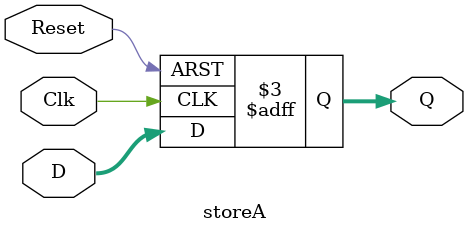
<source format=v>
module part5(SW, KEY, HEX5, HEX4, HEX3, HEX2, HEX1, HEX0, LEDR);	
	input [7:0] SW;
	input [1:0] KEY;
	output [6:0] HEX5, HEX4, HEX3, HEX2, HEX1, HEX0;
	output [9:0] LEDR;
	wire [7:0] A, B, S;
	wire Co;
	storeA regA(KEY[1], KEY[0], SW, A);
	assign B = SW;
	assign LEDR[0] = Co;
	carryadder_8bit sumAB(A,B,Co,S);
	hex_decoder A1(A[3:0], HEX2);
	hex_decoder A2(A[7:4], HEX3);
	hex_decoder B1(B[3:0], HEX0);
	hex_decoder B2(B[7:4], HEX1);
	hex_decoder S1(S[3:0], HEX4);
	hex_decoder S2(S[7:4], HEX5);
endmodule


module hex_decoder(S, HEX); 
	input [3:0] S; 
	output reg [6:0] HEX;
    always @(S)
	 begin
        case(S)
            4'h0: HEX = 7'b1000000;
            4'h1: HEX = 7'b1111001;
            4'h2: HEX = 7'b0100100;
            4'h3: HEX = 7'b0110000;
            4'h4: HEX = 7'b0011001;
            4'h5: HEX = 7'b0010010;
            4'h6: HEX = 7'b0000010;
            4'h7: HEX = 7'b1111000;
            4'h8: HEX = 7'b0000000;
            4'h9: HEX = 7'b0010000;
            4'hA: HEX = 7'b0001000; // A
            4'hB: HEX = 7'b0000011; // b
            4'hC: HEX = 7'b1000110; // C
            4'hD: HEX = 7'b0100001; // d
            4'hE: HEX = 7'b0000110; // E
            4'hF: HEX = 7'b0001110; // F
        endcase
    end
endmodule

module carryadder_8bit(A, B, Co, S);
	 input [7:0] A, B;
	 output [7:0] S;
	 output Co;
	 wire [6:0] carry;
    full_adder FA0(A[0], B[0], 1'b0, carry[0], S[0]);
    full_adder FA1(A[1], B[1], carry[0], carry[1], S[1]);
    full_adder FA2(A[2], B[2], carry[1], carry[2], S[2]);
    full_adder FA3(A[3], B[3], carry[2], carry[3], S[3]);
    full_adder FA4(A[4], B[4], carry[3], carry[4], S[4]);
    full_adder FA5(A[5], B[5], carry[4], carry[5], S[5]);
    full_adder FA6(A[6], B[6], carry[5], carry[6], S[6]);
    full_adder FA7(A[7], B[7], carry[6], Co, S[7]);
endmodule


module storeA(Clk,Reset, D, Q);
	input [7:0] D;
	input Clk, Reset;
	output reg [7:0] Q;
	always@(posedge Clk or negedge Reset)
	begin
		if(!Reset)
			Q <= 8'b0;
		else
			Q <= D;
	end
endmodule

 
 
</source>
